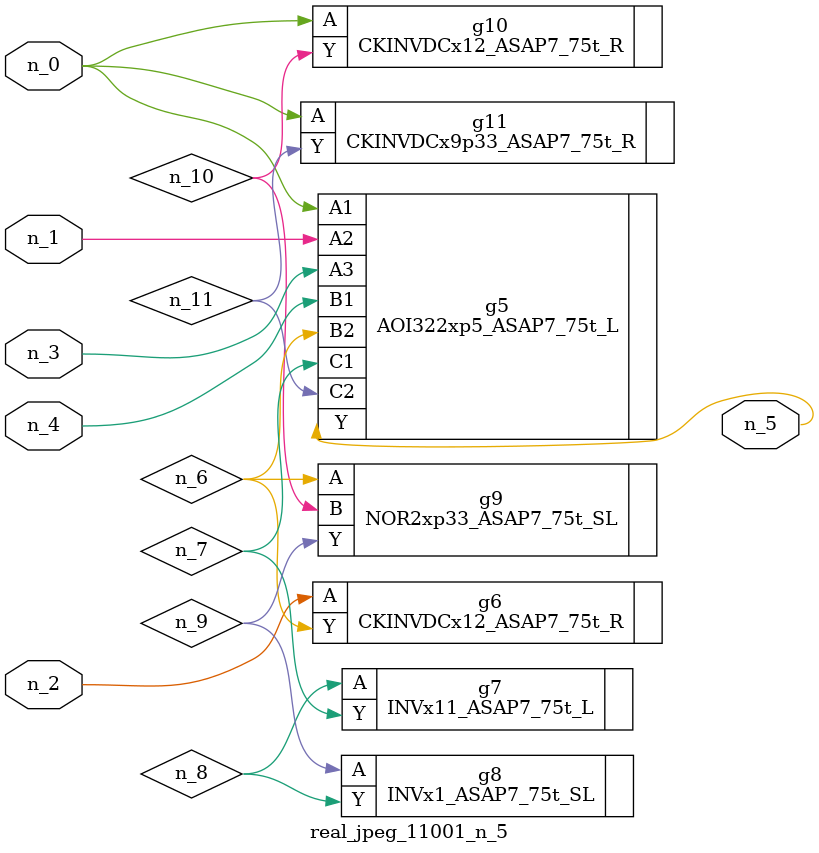
<source format=v>
module real_jpeg_11001_n_5 (n_4, n_0, n_1, n_2, n_3, n_5);

input n_4;
input n_0;
input n_1;
input n_2;
input n_3;

output n_5;

wire n_8;
wire n_11;
wire n_6;
wire n_7;
wire n_10;
wire n_9;

AOI322xp5_ASAP7_75t_L g5 ( 
.A1(n_0),
.A2(n_1),
.A3(n_3),
.B1(n_4),
.B2(n_6),
.C1(n_7),
.C2(n_11),
.Y(n_5)
);

CKINVDCx12_ASAP7_75t_R g10 ( 
.A(n_0),
.Y(n_10)
);

CKINVDCx9p33_ASAP7_75t_R g11 ( 
.A(n_0),
.Y(n_11)
);

CKINVDCx12_ASAP7_75t_R g6 ( 
.A(n_2),
.Y(n_6)
);

NOR2xp33_ASAP7_75t_SL g9 ( 
.A(n_6),
.B(n_10),
.Y(n_9)
);

INVx11_ASAP7_75t_L g7 ( 
.A(n_8),
.Y(n_7)
);

INVx1_ASAP7_75t_SL g8 ( 
.A(n_9),
.Y(n_8)
);


endmodule
</source>
